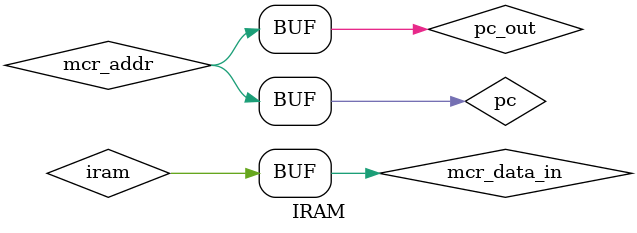
<source format=v>
module IRAM ();

`ifdef use_ucode_ram
   part_16kx49ram i_IRAM(
			 .clk_a(clk),
			 .reset(reset),
			 .address_a(pc),
			 .q_a(iram),
			 .data_a(iwr),
			 .wren_a(iwe),
			 .rden_a(1'b1/*ice*/)
			 );

   assign fetch_out = 0;
   assign prefetch_out = 0;
`else
   // use top level ram controller
   assign mcr_addr = pc;
   assign iram = mcr_data_in;
   assign mcr_data_out = iwr;
   assign mcr_write = iwe;

   // for externals
   assign fetch_out = state_fetch && promdisabled;
   assign prefetch_out = ((need_mmu_state ? state_mmu : state_write) || state_prefetch) &&
			 promdisabled;
`endif

   assign pc_out = pc;
   assign state_out = state;
   assign machrun_out = machrun;

endmodule

</source>
